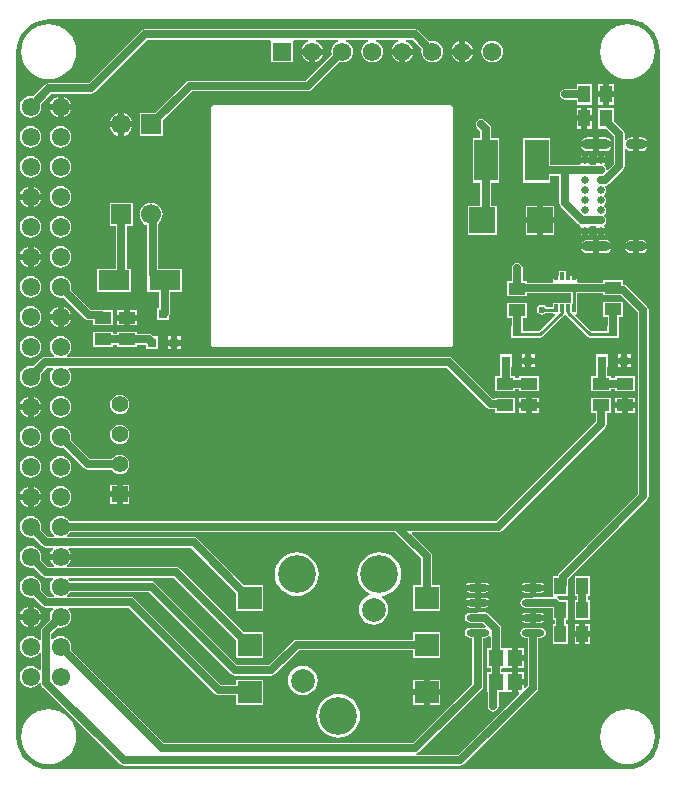
<source format=gtl>
G04*
G04 #@! TF.GenerationSoftware,Altium Limited,Altium Designer,20.2.6 (244)*
G04*
G04 Layer_Physical_Order=1*
G04 Layer_Color=255*
%FSLAX25Y25*%
%MOIN*%
G70*
G04*
G04 #@! TF.SameCoordinates,54722894-AE61-4C59-B5F0-4C27AF3D34EB*
G04*
G04*
G04 #@! TF.FilePolarity,Positive*
G04*
G01*
G75*
%ADD14C,0.01000*%
%ADD17R,0.07874X0.13780*%
%ADD18R,0.04134X0.05709*%
%ADD19R,0.08504X0.08898*%
%ADD20R,0.01181X0.02756*%
%ADD21R,0.05709X0.04134*%
%ADD22R,0.03150X0.03150*%
%ADD23R,0.05118X0.05709*%
%ADD24R,0.07874X0.07480*%
%ADD25R,0.10433X0.06890*%
%ADD26O,0.07480X0.02362*%
%ADD42C,0.06181*%
%ADD43R,0.06181X0.06181*%
%ADD48C,0.02500*%
%ADD49C,0.02559*%
%ADD50O,0.09449X0.03543*%
%ADD51O,0.06693X0.03543*%
%ADD52R,0.06693X0.06693*%
%ADD53C,0.06693*%
%ADD54C,0.05512*%
%ADD55R,0.05512X0.05512*%
%ADD56C,0.12598*%
%ADD57C,0.07874*%
%ADD58C,0.06102*%
%ADD59C,0.02362*%
G36*
X642368Y305034D02*
X644027Y304635D01*
X645604Y303982D01*
X647059Y303091D01*
X648357Y301982D01*
X649465Y300684D01*
X650357Y299229D01*
X651010Y297652D01*
X651409Y295993D01*
X651542Y294303D01*
X651540Y294291D01*
Y65945D01*
X651542Y65934D01*
X651409Y64243D01*
X651010Y62584D01*
X650357Y61007D01*
X649465Y59552D01*
X648357Y58254D01*
X647059Y57146D01*
X645604Y56254D01*
X644027Y55601D01*
X642368Y55203D01*
X641154Y55107D01*
X640666Y55072D01*
X640666Y55072D01*
X640172Y55072D01*
X447835D01*
X447823Y55069D01*
X446133Y55203D01*
X444474Y55601D01*
X442897Y56254D01*
X441442Y57146D01*
X440144Y58254D01*
X439036Y59552D01*
X438144Y61007D01*
X437491Y62584D01*
X437092Y64243D01*
X436959Y65934D01*
X436962Y65945D01*
Y294210D01*
X436959Y294221D01*
X437092Y295911D01*
X437491Y297571D01*
X438144Y299147D01*
X439036Y300603D01*
X440144Y301900D01*
X441442Y303009D01*
X442897Y303901D01*
X444474Y304554D01*
X446133Y304952D01*
X447823Y305085D01*
X447835Y305083D01*
X640748D01*
X641031Y305139D01*
X642368Y305034D01*
D02*
G37*
%LPC*%
G36*
X586630Y297763D02*
Y295291D01*
X589102D01*
X588766Y296102D01*
X588191Y296852D01*
X587441Y297428D01*
X586630Y297763D01*
D02*
G37*
G36*
X584630D02*
X583819Y297428D01*
X583069Y296852D01*
X582494Y296102D01*
X582158Y295291D01*
X584630D01*
Y297763D01*
D02*
G37*
G36*
X589102Y293291D02*
X586630D01*
Y290819D01*
X587441Y291155D01*
X588191Y291730D01*
X588766Y292481D01*
X589102Y293291D01*
D02*
G37*
G36*
X584630D02*
X582158D01*
X582494Y292481D01*
X583069Y291730D01*
X583819Y291155D01*
X584630Y290819D01*
Y293291D01*
D02*
G37*
G36*
X569102D02*
X566630D01*
Y290819D01*
X567441Y291155D01*
X568191Y291730D01*
X568766Y292481D01*
X569102Y293291D01*
D02*
G37*
G36*
X564630D02*
X562158D01*
X562494Y292481D01*
X563069Y291730D01*
X563819Y291155D01*
X564630Y290819D01*
Y293291D01*
D02*
G37*
G36*
X539102D02*
X536630D01*
Y290819D01*
X537441Y291155D01*
X538191Y291730D01*
X538766Y292481D01*
X539102Y293291D01*
D02*
G37*
G36*
X534630D02*
X532158D01*
X532494Y292481D01*
X533069Y291730D01*
X533819Y291155D01*
X534630Y290819D01*
Y293291D01*
D02*
G37*
G36*
X595630Y297913D02*
X594693Y297790D01*
X593819Y297428D01*
X593069Y296852D01*
X592494Y296102D01*
X592132Y295229D01*
X592008Y294291D01*
X592132Y293354D01*
X592494Y292481D01*
X593069Y291730D01*
X593819Y291155D01*
X594693Y290793D01*
X595630Y290670D01*
X596567Y290793D01*
X597441Y291155D01*
X598191Y291730D01*
X598766Y292481D01*
X599128Y293354D01*
X599252Y294291D01*
X599128Y295229D01*
X598766Y296102D01*
X598191Y296852D01*
X597441Y297428D01*
X596567Y297790D01*
X595630Y297913D01*
D02*
G37*
G36*
X569921Y301784D02*
X480000D01*
X479317Y301648D01*
X478738Y301262D01*
X478738Y301262D01*
X461261Y283784D01*
X447905D01*
X447223Y283648D01*
X446644Y283262D01*
X446644Y283262D01*
X442705Y279323D01*
X442699Y279326D01*
X441772Y279448D01*
X440845Y279326D01*
X439981Y278968D01*
X439239Y278399D01*
X438670Y277657D01*
X438312Y276793D01*
X438190Y275866D01*
X438312Y274939D01*
X438670Y274075D01*
X439239Y273333D01*
X439981Y272764D01*
X440845Y272406D01*
X441772Y272284D01*
X442699Y272406D01*
X443563Y272764D01*
X444304Y273333D01*
X444874Y274075D01*
X445231Y274939D01*
X445354Y275866D01*
X445231Y276793D01*
X445229Y276800D01*
X448645Y280216D01*
X462000D01*
X462683Y280351D01*
X463262Y280738D01*
X480739Y298216D01*
X521678D01*
X522039Y297882D01*
X522039Y297716D01*
Y290701D01*
X529220D01*
Y297716D01*
X529220Y297882D01*
X529582Y298216D01*
X534415D01*
X534515Y297716D01*
X533819Y297428D01*
X533069Y296852D01*
X532494Y296102D01*
X532158Y295291D01*
X539102D01*
X538766Y296102D01*
X538191Y296852D01*
X537441Y297428D01*
X536745Y297716D01*
X536845Y298216D01*
X544415D01*
X544515Y297716D01*
X543819Y297428D01*
X543069Y296852D01*
X542494Y296102D01*
X542132Y295229D01*
X542008Y294291D01*
X542132Y293354D01*
X542143Y293327D01*
X533441Y284626D01*
X494842D01*
X494842Y284626D01*
X494159Y284490D01*
X493580Y284103D01*
X483323Y273847D01*
X478154D01*
Y266154D01*
X485847D01*
Y271323D01*
X495581Y281058D01*
X534180D01*
X534863Y281193D01*
X535442Y281580D01*
X544666Y290804D01*
X544693Y290793D01*
X545630Y290670D01*
X546567Y290793D01*
X547441Y291155D01*
X548191Y291730D01*
X548766Y292481D01*
X549128Y293354D01*
X549252Y294291D01*
X549128Y295229D01*
X548766Y296102D01*
X548191Y296852D01*
X547441Y297428D01*
X546745Y297716D01*
X546845Y298216D01*
X554415D01*
X554515Y297716D01*
X553819Y297428D01*
X553069Y296852D01*
X552494Y296102D01*
X552132Y295229D01*
X552008Y294291D01*
X552132Y293354D01*
X552494Y292481D01*
X553069Y291730D01*
X553819Y291155D01*
X554693Y290793D01*
X555630Y290670D01*
X556567Y290793D01*
X557441Y291155D01*
X558191Y291730D01*
X558766Y292481D01*
X559128Y293354D01*
X559251Y294291D01*
X559128Y295229D01*
X558766Y296102D01*
X558191Y296852D01*
X557441Y297428D01*
X556745Y297716D01*
X556845Y298216D01*
X564415D01*
X564515Y297716D01*
X563819Y297428D01*
X563069Y296852D01*
X562494Y296102D01*
X562158Y295291D01*
X569102D01*
X568766Y296102D01*
X568191Y296852D01*
X567441Y297428D01*
X566745Y297716D01*
X566845Y298216D01*
X569182D01*
X572143Y295255D01*
X572132Y295229D01*
X572008Y294291D01*
X572132Y293354D01*
X572494Y292481D01*
X573069Y291730D01*
X573819Y291155D01*
X574693Y290793D01*
X575630Y290670D01*
X576567Y290793D01*
X577441Y291155D01*
X578191Y291730D01*
X578766Y292481D01*
X579128Y293354D01*
X579251Y294291D01*
X579128Y295229D01*
X578766Y296102D01*
X578191Y296852D01*
X577441Y297428D01*
X576567Y297790D01*
X575630Y297913D01*
X574693Y297790D01*
X574666Y297779D01*
X571183Y301262D01*
X570604Y301648D01*
X569921Y301784D01*
D02*
G37*
G36*
X640748Y303452D02*
X638961Y303276D01*
X637243Y302754D01*
X635659Y301908D01*
X634271Y300769D01*
X633131Y299381D01*
X632285Y297797D01*
X631764Y296078D01*
X631588Y294291D01*
X631764Y292504D01*
X632285Y290786D01*
X633131Y289202D01*
X634271Y287814D01*
X635659Y286675D01*
X637243Y285828D01*
X638961Y285307D01*
X640748Y285131D01*
X642535Y285307D01*
X644254Y285828D01*
X645837Y286675D01*
X647226Y287814D01*
X648365Y289202D01*
X649211Y290786D01*
X649732Y292504D01*
X649908Y294291D01*
X649732Y296078D01*
X649211Y297797D01*
X648365Y299381D01*
X647226Y300769D01*
X645837Y301908D01*
X644254Y302754D01*
X642535Y303276D01*
X640748Y303452D01*
D02*
G37*
G36*
X447835D02*
X446047Y303276D01*
X444329Y302754D01*
X442745Y301908D01*
X441357Y300769D01*
X440218Y299381D01*
X439371Y297797D01*
X438850Y296078D01*
X438674Y294291D01*
X438850Y292504D01*
X439371Y290786D01*
X440218Y289202D01*
X441357Y287814D01*
X442745Y286675D01*
X444329Y285828D01*
X446047Y285307D01*
X447835Y285131D01*
X449622Y285307D01*
X451340Y285828D01*
X452924Y286675D01*
X454312Y287814D01*
X455451Y289202D01*
X456298Y290786D01*
X456819Y292504D01*
X456995Y294291D01*
X456819Y296078D01*
X456298Y297797D01*
X455451Y299381D01*
X454312Y300769D01*
X452924Y301908D01*
X451340Y302754D01*
X449622Y303276D01*
X447835Y303452D01*
D02*
G37*
G36*
X636209Y283354D02*
X634642D01*
Y281000D01*
X636209D01*
Y283354D01*
D02*
G37*
G36*
X632642D02*
X631075D01*
Y281000D01*
X632642D01*
Y283354D01*
D02*
G37*
G36*
X452772Y279296D02*
Y276866D01*
X455201D01*
X454874Y277657D01*
X454304Y278399D01*
X453563Y278968D01*
X452772Y279296D01*
D02*
G37*
G36*
X450772Y279296D02*
X449981Y278968D01*
X449239Y278399D01*
X448670Y277657D01*
X448342Y276866D01*
X450772D01*
Y279296D01*
D02*
G37*
G36*
X636209Y279000D02*
X634642D01*
Y276646D01*
X636209D01*
Y279000D01*
D02*
G37*
G36*
X632642D02*
X631075D01*
Y276646D01*
X632642D01*
Y279000D01*
D02*
G37*
G36*
X628925Y283354D02*
X623791D01*
Y281784D01*
X620000D01*
X619317Y281648D01*
X618738Y281262D01*
X618352Y280683D01*
X618216Y280000D01*
X618352Y279317D01*
X618738Y278738D01*
X619317Y278351D01*
X620000Y278216D01*
X623791D01*
Y276646D01*
X628925D01*
Y283354D01*
D02*
G37*
G36*
Y275354D02*
X627358D01*
Y273000D01*
X628925D01*
Y275354D01*
D02*
G37*
G36*
X625358D02*
X623791D01*
Y273000D01*
X625358D01*
Y275354D01*
D02*
G37*
G36*
X455201Y274866D02*
X452772D01*
Y272437D01*
X453563Y272764D01*
X454304Y273333D01*
X454874Y274075D01*
X455201Y274866D01*
D02*
G37*
G36*
X450772D02*
X448342D01*
X448670Y274075D01*
X449239Y273333D01*
X449981Y272764D01*
X450772Y272437D01*
Y274866D01*
D02*
G37*
G36*
X473000Y273748D02*
Y271000D01*
X475748D01*
X475747Y271004D01*
X475360Y271940D01*
X474743Y272743D01*
X473940Y273360D01*
X473004Y273747D01*
X473000Y273748D01*
D02*
G37*
G36*
X471000D02*
X470996Y273747D01*
X470060Y273360D01*
X469257Y272743D01*
X468640Y271940D01*
X468253Y271004D01*
X468252Y271000D01*
X471000D01*
Y273748D01*
D02*
G37*
G36*
X628925Y271000D02*
X627358D01*
Y268646D01*
X628925D01*
Y271000D01*
D02*
G37*
G36*
X625358D02*
X623791D01*
Y268646D01*
X625358D01*
Y271000D01*
D02*
G37*
G36*
X475748Y269000D02*
X473000D01*
Y266252D01*
X473004Y266253D01*
X473940Y266640D01*
X474743Y267257D01*
X475360Y268060D01*
X475747Y268996D01*
X475748Y269000D01*
D02*
G37*
G36*
X471000D02*
X468252D01*
X468253Y268996D01*
X468640Y268060D01*
X469257Y267257D01*
X470060Y266640D01*
X470996Y266253D01*
X471000Y266252D01*
Y269000D01*
D02*
G37*
G36*
X645276Y265703D02*
X644701D01*
Y264387D01*
X647339D01*
X646913Y265024D01*
X646162Y265526D01*
X645276Y265703D01*
D02*
G37*
G36*
X633347D02*
X631394D01*
Y264387D01*
X635410D01*
X634984Y265024D01*
X634233Y265526D01*
X633347Y265703D01*
D02*
G37*
G36*
X629394D02*
X627441D01*
X626554Y265526D01*
X625803Y265024D01*
X625377Y264387D01*
X629394D01*
Y265703D01*
D02*
G37*
G36*
X451772Y269448D02*
X450845Y269326D01*
X449981Y268968D01*
X449239Y268399D01*
X448670Y267657D01*
X448312Y266793D01*
X448190Y265866D01*
X448312Y264939D01*
X448670Y264075D01*
X449239Y263333D01*
X449981Y262764D01*
X450845Y262406D01*
X451772Y262284D01*
X452699Y262406D01*
X453563Y262764D01*
X454304Y263333D01*
X454874Y264075D01*
X455231Y264939D01*
X455353Y265866D01*
X455231Y266793D01*
X454874Y267657D01*
X454304Y268399D01*
X453563Y268968D01*
X452699Y269326D01*
X451772Y269448D01*
D02*
G37*
G36*
X441772D02*
X440845Y269326D01*
X439981Y268968D01*
X439239Y268399D01*
X438670Y267657D01*
X438312Y266793D01*
X438190Y265866D01*
X438312Y264939D01*
X438670Y264075D01*
X439239Y263333D01*
X439981Y262764D01*
X440845Y262406D01*
X441772Y262284D01*
X442699Y262406D01*
X443563Y262764D01*
X444304Y263333D01*
X444874Y264075D01*
X445231Y264939D01*
X445354Y265866D01*
X445231Y266793D01*
X444874Y267657D01*
X444304Y268399D01*
X443563Y268968D01*
X442699Y269326D01*
X441772Y269448D01*
D02*
G37*
G36*
X647340Y262387D02*
X644701D01*
Y261071D01*
X645276D01*
X646162Y261247D01*
X646913Y261749D01*
X647340Y262387D01*
D02*
G37*
G36*
X635410D02*
X631394D01*
Y261071D01*
X633347D01*
X634233Y261247D01*
X634984Y261749D01*
X635410Y262387D01*
D02*
G37*
G36*
X629394D02*
X625377D01*
X625803Y261749D01*
X626554Y261247D01*
X627441Y261071D01*
X629394D01*
Y262387D01*
D02*
G37*
G36*
X627536Y259544D02*
Y259072D01*
X628008D01*
X627819Y259355D01*
X627536Y259544D01*
D02*
G37*
G36*
X625536D02*
X625253Y259355D01*
X625064Y259072D01*
X625536D01*
Y259544D01*
D02*
G37*
G36*
X632850Y259544D02*
Y259072D01*
X633322D01*
X633133Y259355D01*
X632850Y259544D01*
D02*
G37*
G36*
X630850Y259544D02*
X630567Y259355D01*
X630378Y259072D01*
X630850D01*
Y259544D01*
D02*
G37*
G36*
X636209Y275354D02*
X631075D01*
Y268646D01*
X633685D01*
X636216Y266115D01*
Y256739D01*
X634119Y254642D01*
X633636Y254867D01*
X633526Y255419D01*
X633133Y256008D01*
X632923Y256148D01*
Y256648D01*
X633133Y256789D01*
X633322Y257072D01*
X631850D01*
X630378D01*
X630420Y257009D01*
X630154Y256509D01*
X628232D01*
X627966Y257009D01*
X628008Y257072D01*
X626536D01*
X625064D01*
X625106Y257009D01*
X624840Y256509D01*
X614902D01*
Y265390D01*
X606028D01*
Y250610D01*
X614902D01*
Y252940D01*
X618059D01*
Y243746D01*
X618195Y243064D01*
X618582Y242485D01*
X624325Y236742D01*
X624325Y236742D01*
X624903Y236355D01*
X624973Y236342D01*
X625051Y236226D01*
X625163Y235794D01*
X625064Y235646D01*
X626536D01*
X628008D01*
X627966Y235708D01*
X628232Y236208D01*
X630154D01*
X630420Y235708D01*
X630378Y235646D01*
X631850D01*
X633322D01*
X633133Y235929D01*
X632923Y236069D01*
Y236569D01*
X633133Y236710D01*
X633526Y237298D01*
X633664Y237993D01*
X633526Y238687D01*
X633133Y239276D01*
X632923Y239416D01*
Y239916D01*
X633133Y240056D01*
X633526Y240644D01*
X633664Y241339D01*
X633526Y242033D01*
X633133Y242622D01*
X632923Y242762D01*
Y243262D01*
X633133Y243403D01*
X633526Y243991D01*
X633664Y244686D01*
X633526Y245380D01*
X633133Y245969D01*
X632923Y246109D01*
Y246609D01*
X633133Y246749D01*
X633526Y247337D01*
X633664Y248032D01*
X633526Y248726D01*
X633273Y249106D01*
X633324Y249327D01*
X633497Y249627D01*
X634073Y249742D01*
X634652Y250128D01*
X639262Y254738D01*
X639648Y255317D01*
X639784Y256000D01*
X639784Y256000D01*
Y261903D01*
X640284Y262054D01*
X640488Y261749D01*
X641240Y261247D01*
X642126Y261071D01*
X642701D01*
Y263387D01*
Y265703D01*
X642126D01*
X641240Y265526D01*
X640488Y265024D01*
X640284Y264719D01*
X639784Y264871D01*
Y266854D01*
X639648Y267537D01*
X639262Y268116D01*
X639262Y268116D01*
X636209Y271169D01*
Y275354D01*
D02*
G37*
G36*
X451772Y259448D02*
X450845Y259326D01*
X449981Y258968D01*
X449239Y258399D01*
X448670Y257657D01*
X448312Y256793D01*
X448190Y255866D01*
X448312Y254939D01*
X448670Y254075D01*
X449239Y253333D01*
X449981Y252764D01*
X450845Y252406D01*
X451772Y252284D01*
X452699Y252406D01*
X453563Y252764D01*
X454304Y253333D01*
X454874Y254075D01*
X455231Y254939D01*
X455353Y255866D01*
X455231Y256793D01*
X454874Y257657D01*
X454304Y258399D01*
X453563Y258968D01*
X452699Y259326D01*
X451772Y259448D01*
D02*
G37*
G36*
X441772D02*
X440845Y259326D01*
X439981Y258968D01*
X439239Y258399D01*
X438670Y257657D01*
X438312Y256793D01*
X438190Y255866D01*
X438312Y254939D01*
X438670Y254075D01*
X439239Y253333D01*
X439981Y252764D01*
X440845Y252406D01*
X441772Y252284D01*
X442699Y252406D01*
X443563Y252764D01*
X444304Y253333D01*
X444874Y254075D01*
X445231Y254939D01*
X445354Y255866D01*
X445231Y256793D01*
X444874Y257657D01*
X444304Y258399D01*
X443563Y258968D01*
X442699Y259326D01*
X441772Y259448D01*
D02*
G37*
G36*
X442772Y249296D02*
Y246866D01*
X445201D01*
X444874Y247657D01*
X444304Y248399D01*
X443563Y248968D01*
X442772Y249296D01*
D02*
G37*
G36*
X440772Y249296D02*
X439981Y248968D01*
X439239Y248399D01*
X438670Y247657D01*
X438342Y246866D01*
X440772D01*
Y249296D01*
D02*
G37*
G36*
X445201Y244866D02*
X442772D01*
Y242437D01*
X443563Y242764D01*
X444304Y243333D01*
X444874Y244075D01*
X445201Y244866D01*
D02*
G37*
G36*
X440772D02*
X438342D01*
X438670Y244075D01*
X439239Y243333D01*
X439981Y242764D01*
X440772Y242437D01*
Y244866D01*
D02*
G37*
G36*
X451772Y249448D02*
X450845Y249326D01*
X449981Y248968D01*
X449239Y248399D01*
X448670Y247657D01*
X448312Y246793D01*
X448190Y245866D01*
X448312Y244939D01*
X448670Y244075D01*
X449239Y243333D01*
X449981Y242764D01*
X450845Y242406D01*
X451772Y242284D01*
X452699Y242406D01*
X453563Y242764D01*
X454304Y243333D01*
X454874Y244075D01*
X455231Y244939D01*
X455353Y245866D01*
X455231Y246793D01*
X454874Y247657D01*
X454304Y248399D01*
X453563Y248968D01*
X452699Y249326D01*
X451772Y249448D01*
D02*
G37*
G36*
X616398Y242949D02*
X612646D01*
Y239000D01*
X616398D01*
Y242949D01*
D02*
G37*
G36*
X610646D02*
X606894D01*
Y239000D01*
X610646D01*
Y242949D01*
D02*
G37*
G36*
X630850Y233646D02*
X630378D01*
X630567Y233363D01*
X630850Y233174D01*
Y233646D01*
D02*
G37*
G36*
X628008Y233646D02*
X627536D01*
Y233174D01*
X627819Y233363D01*
X628008Y233646D01*
D02*
G37*
G36*
X625536D02*
X625064D01*
X625253Y233363D01*
X625536Y233174D01*
Y233646D01*
D02*
G37*
G36*
X633322Y233646D02*
X632850D01*
Y233174D01*
X633133Y233363D01*
X633322Y233646D01*
D02*
G37*
G36*
X616398Y237000D02*
X612646D01*
Y233051D01*
X616398D01*
Y237000D01*
D02*
G37*
G36*
X610646D02*
X606894D01*
Y233051D01*
X610646D01*
Y237000D01*
D02*
G37*
G36*
X592000Y271784D02*
X591317Y271649D01*
X590738Y271262D01*
X590351Y270683D01*
X590216Y270000D01*
X590351Y269317D01*
X590738Y268738D01*
X591751Y267725D01*
Y265390D01*
X589098D01*
Y250610D01*
X591751D01*
Y242949D01*
X587602D01*
Y233051D01*
X597106D01*
Y242949D01*
X595320D01*
Y250610D01*
X597972D01*
Y265390D01*
X595320D01*
Y268464D01*
X595320Y268465D01*
X595184Y269147D01*
X594797Y269726D01*
X594797Y269726D01*
X593262Y271262D01*
X592683Y271649D01*
X592000Y271784D01*
D02*
G37*
G36*
X451772Y239448D02*
X450845Y239326D01*
X449981Y238968D01*
X449239Y238399D01*
X448670Y237657D01*
X448312Y236793D01*
X448190Y235866D01*
X448312Y234939D01*
X448670Y234075D01*
X449239Y233333D01*
X449981Y232764D01*
X450845Y232406D01*
X451772Y232284D01*
X452699Y232406D01*
X453563Y232764D01*
X454304Y233333D01*
X454874Y234075D01*
X455231Y234939D01*
X455353Y235866D01*
X455231Y236793D01*
X454874Y237657D01*
X454304Y238399D01*
X453563Y238968D01*
X452699Y239326D01*
X451772Y239448D01*
D02*
G37*
G36*
X441772D02*
X440845Y239326D01*
X439981Y238968D01*
X439239Y238399D01*
X438670Y237657D01*
X438312Y236793D01*
X438190Y235866D01*
X438312Y234939D01*
X438670Y234075D01*
X439239Y233333D01*
X439981Y232764D01*
X440845Y232406D01*
X441772Y232284D01*
X442699Y232406D01*
X443563Y232764D01*
X444304Y233333D01*
X444874Y234075D01*
X445231Y234939D01*
X445354Y235866D01*
X445231Y236793D01*
X444874Y237657D01*
X444304Y238399D01*
X443563Y238968D01*
X442699Y239326D01*
X441772Y239448D01*
D02*
G37*
G36*
X645276Y231647D02*
X644701D01*
Y230331D01*
X647339D01*
X646913Y230968D01*
X646162Y231470D01*
X645276Y231647D01*
D02*
G37*
G36*
X633347D02*
X631394D01*
Y230331D01*
X635410D01*
X634984Y230968D01*
X634233Y231470D01*
X633347Y231647D01*
D02*
G37*
G36*
X642701D02*
X642126D01*
X641240Y231470D01*
X640488Y230968D01*
X640062Y230331D01*
X642701D01*
Y231647D01*
D02*
G37*
G36*
X629394D02*
X627441D01*
X626554Y231470D01*
X625803Y230968D01*
X625377Y230331D01*
X629394D01*
Y231647D01*
D02*
G37*
G36*
X647340Y228331D02*
X644701D01*
Y227015D01*
X645276D01*
X646162Y227191D01*
X646913Y227693D01*
X647340Y228331D01*
D02*
G37*
G36*
X642701D02*
X640062D01*
X640488Y227693D01*
X641240Y227191D01*
X642126Y227015D01*
X642701D01*
Y228331D01*
D02*
G37*
G36*
X635410D02*
X631394D01*
Y227015D01*
X633347D01*
X634233Y227191D01*
X634984Y227693D01*
X635410Y228331D01*
D02*
G37*
G36*
X629394D02*
X625377D01*
X625803Y227693D01*
X626554Y227191D01*
X627441Y227015D01*
X629394D01*
Y228331D01*
D02*
G37*
G36*
X442772Y229296D02*
Y226866D01*
X445201D01*
X444874Y227657D01*
X444304Y228399D01*
X443563Y228968D01*
X442772Y229296D01*
D02*
G37*
G36*
X440772Y229296D02*
X439981Y228968D01*
X439239Y228399D01*
X438670Y227657D01*
X438342Y226866D01*
X440772D01*
Y229296D01*
D02*
G37*
G36*
X445201Y224866D02*
X442772D01*
Y222437D01*
X443563Y222764D01*
X444304Y223333D01*
X444874Y224075D01*
X445201Y224866D01*
D02*
G37*
G36*
X440772D02*
X438342D01*
X438670Y224075D01*
X439239Y223333D01*
X439981Y222764D01*
X440772Y222437D01*
Y224866D01*
D02*
G37*
G36*
X451772Y229448D02*
X450845Y229326D01*
X449981Y228968D01*
X449239Y228399D01*
X448670Y227657D01*
X448312Y226793D01*
X448190Y225866D01*
X448312Y224939D01*
X448670Y224075D01*
X449239Y223333D01*
X449981Y222764D01*
X450845Y222406D01*
X451772Y222284D01*
X452699Y222406D01*
X453563Y222764D01*
X454304Y223333D01*
X454874Y224075D01*
X455231Y224939D01*
X455353Y225866D01*
X455231Y226793D01*
X454874Y227657D01*
X454304Y228399D01*
X453563Y228968D01*
X452699Y229326D01*
X451772Y229448D01*
D02*
G37*
G36*
X624043Y221193D02*
X623953D01*
Y220315D01*
X624043D01*
Y221193D01*
D02*
G37*
G36*
X616047D02*
X615957D01*
Y220315D01*
X616047D01*
Y221193D01*
D02*
G37*
G36*
X475846Y243847D02*
X468153D01*
Y236154D01*
X470216D01*
Y221945D01*
X463819D01*
Y214055D01*
X475252D01*
Y221945D01*
X473784D01*
Y236154D01*
X475846D01*
Y243847D01*
D02*
G37*
G36*
X441772Y219448D02*
X440845Y219326D01*
X439981Y218968D01*
X439239Y218399D01*
X438670Y217657D01*
X438312Y216793D01*
X438190Y215866D01*
X438312Y214939D01*
X438670Y214075D01*
X439239Y213333D01*
X439981Y212764D01*
X440845Y212406D01*
X441772Y212284D01*
X442699Y212406D01*
X443563Y212764D01*
X444304Y213333D01*
X444874Y214075D01*
X445231Y214939D01*
X445354Y215866D01*
X445231Y216793D01*
X444874Y217657D01*
X444304Y218399D01*
X443563Y218968D01*
X442699Y219326D01*
X441772Y219448D01*
D02*
G37*
G36*
X452772Y209296D02*
Y206866D01*
X455201D01*
X454874Y207657D01*
X454304Y208399D01*
X453563Y208968D01*
X452772Y209296D01*
D02*
G37*
G36*
X450772Y209296D02*
X449981Y208968D01*
X449239Y208399D01*
X448670Y207657D01*
X448342Y206866D01*
X450772D01*
Y209296D01*
D02*
G37*
G36*
X477354Y208209D02*
X475000D01*
Y206642D01*
X477354D01*
Y208209D01*
D02*
G37*
G36*
X473000D02*
X470646D01*
Y206642D01*
X473000D01*
Y208209D01*
D02*
G37*
G36*
X482000Y243880D02*
X480996Y243747D01*
X480060Y243360D01*
X479257Y242743D01*
X478640Y241940D01*
X478253Y241004D01*
X478120Y240000D01*
X478253Y238996D01*
X478640Y238060D01*
X479257Y237257D01*
X480060Y236640D01*
X480714Y236369D01*
Y220195D01*
X480748Y220023D01*
Y214055D01*
X484680D01*
Y208799D01*
X483925D01*
Y204650D01*
X488075D01*
Y206449D01*
X488113Y206506D01*
X488249Y207189D01*
Y214055D01*
X492181D01*
Y221945D01*
X484282D01*
Y236903D01*
X484743Y237257D01*
X485360Y238060D01*
X485747Y238996D01*
X485880Y240000D01*
X485747Y241004D01*
X485360Y241940D01*
X484743Y242743D01*
X483940Y243360D01*
X483004Y243747D01*
X482000Y243880D01*
D02*
G37*
G36*
X477354Y204642D02*
X475000D01*
Y203075D01*
X477354D01*
Y204642D01*
D02*
G37*
G36*
X473000D02*
X470646D01*
Y203075D01*
X473000D01*
Y204642D01*
D02*
G37*
G36*
X451772Y219448D02*
X450845Y219326D01*
X449981Y218968D01*
X449239Y218399D01*
X448670Y217657D01*
X448312Y216793D01*
X448190Y215866D01*
X448312Y214939D01*
X448670Y214075D01*
X449239Y213333D01*
X449981Y212764D01*
X450845Y212406D01*
X451772Y212284D01*
X452699Y212406D01*
X452705Y212409D01*
X459917Y205197D01*
X460496Y204810D01*
X461179Y204674D01*
X462646D01*
Y203075D01*
X469354D01*
Y208209D01*
X465355D01*
X465183Y208243D01*
X461918D01*
X455229Y214932D01*
X455231Y214939D01*
X455353Y215866D01*
X455231Y216793D01*
X454874Y217657D01*
X454304Y218399D01*
X453563Y218968D01*
X452699Y219326D01*
X451772Y219448D01*
D02*
G37*
G36*
X455201Y204866D02*
X452772D01*
Y202437D01*
X453563Y202764D01*
X454304Y203333D01*
X454874Y204075D01*
X455201Y204866D01*
D02*
G37*
G36*
X450772D02*
X448342D01*
X448670Y204075D01*
X449239Y203333D01*
X449981Y202764D01*
X450772Y202437D01*
Y204866D01*
D02*
G37*
G36*
X441772Y209448D02*
X440845Y209326D01*
X439981Y208968D01*
X439239Y208399D01*
X438670Y207657D01*
X438312Y206793D01*
X438190Y205866D01*
X438312Y204939D01*
X438670Y204075D01*
X439239Y203333D01*
X439981Y202764D01*
X440845Y202406D01*
X441772Y202284D01*
X442699Y202406D01*
X443563Y202764D01*
X444304Y203333D01*
X444874Y204075D01*
X445231Y204939D01*
X445354Y205866D01*
X445231Y206793D01*
X444874Y207657D01*
X444304Y208399D01*
X443563Y208968D01*
X442699Y209326D01*
X441772Y209448D01*
D02*
G37*
G36*
X477354Y200925D02*
X470646D01*
Y200143D01*
X469354D01*
Y200925D01*
X462646D01*
Y195791D01*
X469354D01*
Y196574D01*
X470646D01*
Y195791D01*
X477354D01*
Y196574D01*
X480185D01*
Y195201D01*
X484335D01*
Y199350D01*
X482708D01*
X482439Y199620D01*
X481860Y200007D01*
X481177Y200143D01*
X477354D01*
Y200925D01*
D02*
G37*
G36*
X491815Y199350D02*
X490740D01*
Y198276D01*
X491815D01*
Y199350D01*
D02*
G37*
G36*
X488740D02*
X487665D01*
Y198276D01*
X488740D01*
Y199350D01*
D02*
G37*
G36*
X581693Y276610D02*
X502953D01*
X502563Y276533D01*
X502232Y276311D01*
X502011Y275981D01*
X501933Y275590D01*
Y196850D01*
X502011Y196460D01*
X502232Y196129D01*
X502563Y195908D01*
X502953Y195831D01*
X581693D01*
X582083Y195908D01*
X582414Y196129D01*
X582635Y196460D01*
X582713Y196850D01*
Y275590D01*
X582635Y275981D01*
X582414Y276311D01*
X582083Y276533D01*
X581693Y276610D01*
D02*
G37*
G36*
X491815Y196276D02*
X490740D01*
Y195201D01*
X491815D01*
Y196276D01*
D02*
G37*
G36*
X488740D02*
X487665D01*
Y195201D01*
X488740D01*
Y196276D01*
D02*
G37*
G36*
X441772Y199448D02*
X440845Y199326D01*
X439981Y198968D01*
X439239Y198399D01*
X438670Y197657D01*
X438312Y196793D01*
X438190Y195866D01*
X438312Y194939D01*
X438670Y194075D01*
X439239Y193333D01*
X439981Y192764D01*
X440845Y192406D01*
X441772Y192284D01*
X442699Y192406D01*
X443563Y192764D01*
X444304Y193333D01*
X444874Y194075D01*
X445231Y194939D01*
X445354Y195866D01*
X445231Y196793D01*
X444874Y197657D01*
X444304Y198399D01*
X443563Y198968D01*
X442699Y199326D01*
X441772Y199448D01*
D02*
G37*
G36*
X641815Y193350D02*
X640740D01*
Y192276D01*
X641815D01*
Y193350D01*
D02*
G37*
G36*
X609815D02*
X608740D01*
Y192276D01*
X609815D01*
Y193350D01*
D02*
G37*
G36*
X638740D02*
X637665D01*
Y192276D01*
X638740D01*
Y193350D01*
D02*
G37*
G36*
X606740D02*
X605665D01*
Y192276D01*
X606740D01*
Y193350D01*
D02*
G37*
G36*
X451772Y199448D02*
X450845Y199326D01*
X449981Y198968D01*
X449239Y198399D01*
X448670Y197657D01*
X448312Y196793D01*
X448190Y195866D01*
X448312Y194939D01*
X448670Y194075D01*
X449239Y193333D01*
X449736Y192952D01*
X449567Y192452D01*
X446589D01*
X445906Y192316D01*
X445327Y191929D01*
X445327Y191929D01*
X442717Y189319D01*
X442699Y189326D01*
X441772Y189448D01*
X440845Y189326D01*
X439981Y188968D01*
X439239Y188399D01*
X438670Y187657D01*
X438312Y186793D01*
X438190Y185866D01*
X438312Y184939D01*
X438670Y184075D01*
X439239Y183333D01*
X439981Y182764D01*
X440845Y182406D01*
X441772Y182284D01*
X442699Y182406D01*
X443563Y182764D01*
X444304Y183333D01*
X444874Y184075D01*
X445231Y184939D01*
X445354Y185866D01*
X445232Y186787D01*
X447328Y188883D01*
X449092D01*
X449200Y188565D01*
X449227Y188383D01*
X448670Y187657D01*
X448312Y186793D01*
X448190Y185866D01*
X448312Y184939D01*
X448670Y184075D01*
X449239Y183333D01*
X449981Y182764D01*
X450845Y182406D01*
X451772Y182284D01*
X452699Y182406D01*
X453563Y182764D01*
X454304Y183333D01*
X454874Y184075D01*
X455231Y184939D01*
X455353Y185866D01*
X455231Y186793D01*
X454874Y187657D01*
X454317Y188383D01*
X454343Y188565D01*
X454451Y188883D01*
X580594D01*
X593947Y175530D01*
X593947Y175530D01*
X594526Y175143D01*
X595209Y175007D01*
X596646D01*
Y173791D01*
X603354D01*
Y178925D01*
X596646D01*
Y178576D01*
X595948D01*
X582594Y191929D01*
X582016Y192316D01*
X581333Y192452D01*
X453976D01*
X453807Y192952D01*
X454304Y193333D01*
X454874Y194075D01*
X455231Y194939D01*
X455353Y195866D01*
X455231Y196793D01*
X454874Y197657D01*
X454304Y198399D01*
X453563Y198968D01*
X452699Y199326D01*
X451772Y199448D01*
D02*
G37*
G36*
X641815Y190276D02*
X640740D01*
Y189201D01*
X641815D01*
Y190276D01*
D02*
G37*
G36*
X638740D02*
X637665D01*
Y189201D01*
X638740D01*
Y190276D01*
D02*
G37*
G36*
X609815D02*
X608740D01*
Y189201D01*
X609815D01*
Y190276D01*
D02*
G37*
G36*
X606740D02*
X605665D01*
Y189201D01*
X606740D01*
Y190276D01*
D02*
G37*
G36*
X634335Y193350D02*
X630185D01*
Y189201D01*
X630346D01*
Y186209D01*
X628646D01*
Y181075D01*
X635354D01*
Y181857D01*
X636646D01*
Y181075D01*
X643354D01*
Y186209D01*
X636646D01*
Y185426D01*
X635354D01*
Y186209D01*
X633914D01*
Y189201D01*
X634335D01*
Y193350D01*
D02*
G37*
G36*
X602335D02*
X598185D01*
Y189201D01*
X598346D01*
Y186209D01*
X596646D01*
Y181075D01*
X603354D01*
Y181857D01*
X604646D01*
Y181075D01*
X611354D01*
Y186209D01*
X604646D01*
Y185426D01*
X603354D01*
Y186209D01*
X601914D01*
Y189201D01*
X602335D01*
Y193350D01*
D02*
G37*
G36*
X611354Y178925D02*
X609000D01*
Y177358D01*
X611354D01*
Y178925D01*
D02*
G37*
G36*
X643354D02*
X641000D01*
Y177358D01*
X643354D01*
Y178925D01*
D02*
G37*
G36*
X607000D02*
X604646D01*
Y177358D01*
X607000D01*
Y178925D01*
D02*
G37*
G36*
X639000D02*
X636646D01*
Y177358D01*
X639000D01*
Y178925D01*
D02*
G37*
G36*
X442772Y179296D02*
Y176866D01*
X445201D01*
X444874Y177657D01*
X444304Y178399D01*
X443563Y178968D01*
X442772Y179296D01*
D02*
G37*
G36*
X440772Y179296D02*
X439981Y178968D01*
X439239Y178399D01*
X438670Y177657D01*
X438342Y176866D01*
X440772D01*
Y179296D01*
D02*
G37*
G36*
X643354Y175358D02*
X641000D01*
Y173791D01*
X643354D01*
Y175358D01*
D02*
G37*
G36*
X639000D02*
X636646D01*
Y173791D01*
X639000D01*
Y175358D01*
D02*
G37*
G36*
X611354D02*
X609000D01*
Y173791D01*
X611354D01*
Y175358D01*
D02*
G37*
G36*
X607000D02*
X604646D01*
Y173791D01*
X607000D01*
Y175358D01*
D02*
G37*
G36*
X471457Y179938D02*
X470607Y179826D01*
X469815Y179498D01*
X469135Y178976D01*
X468613Y178296D01*
X468285Y177504D01*
X468173Y176654D01*
X468285Y175804D01*
X468613Y175012D01*
X469135Y174331D01*
X469815Y173810D01*
X470607Y173481D01*
X471457Y173370D01*
X472307Y173481D01*
X473099Y173810D01*
X473779Y174331D01*
X474301Y175012D01*
X474629Y175804D01*
X474741Y176654D01*
X474629Y177504D01*
X474301Y178296D01*
X473779Y178976D01*
X473099Y179498D01*
X472307Y179826D01*
X471457Y179938D01*
D02*
G37*
G36*
X445201Y174866D02*
X442772D01*
Y172437D01*
X443563Y172764D01*
X444304Y173333D01*
X444874Y174075D01*
X445201Y174866D01*
D02*
G37*
G36*
X440772D02*
X438342D01*
X438670Y174075D01*
X439239Y173333D01*
X439981Y172764D01*
X440772Y172437D01*
Y174866D01*
D02*
G37*
G36*
X451772Y179448D02*
X450845Y179326D01*
X449981Y178968D01*
X449239Y178399D01*
X448670Y177657D01*
X448312Y176793D01*
X448190Y175866D01*
X448312Y174939D01*
X448670Y174075D01*
X449239Y173333D01*
X449981Y172764D01*
X450845Y172406D01*
X451772Y172284D01*
X452699Y172406D01*
X453563Y172764D01*
X454304Y173333D01*
X454874Y174075D01*
X455231Y174939D01*
X455353Y175866D01*
X455231Y176793D01*
X454874Y177657D01*
X454304Y178399D01*
X453563Y178968D01*
X452699Y179326D01*
X451772Y179448D01*
D02*
G37*
G36*
X471457Y169938D02*
X470607Y169826D01*
X469815Y169498D01*
X469135Y168976D01*
X468613Y168296D01*
X468285Y167503D01*
X468173Y166654D01*
X468285Y165804D01*
X468613Y165012D01*
X469135Y164331D01*
X469815Y163810D01*
X470607Y163481D01*
X471457Y163370D01*
X472307Y163481D01*
X473099Y163810D01*
X473779Y164331D01*
X474301Y165012D01*
X474629Y165804D01*
X474741Y166654D01*
X474629Y167503D01*
X474301Y168296D01*
X473779Y168976D01*
X473099Y169498D01*
X472307Y169826D01*
X471457Y169938D01*
D02*
G37*
G36*
X441772Y169448D02*
X440845Y169326D01*
X439981Y168968D01*
X439239Y168399D01*
X438670Y167657D01*
X438312Y166793D01*
X438190Y165866D01*
X438312Y164939D01*
X438670Y164075D01*
X439239Y163333D01*
X439981Y162764D01*
X440845Y162406D01*
X441772Y162284D01*
X442699Y162406D01*
X443563Y162764D01*
X444304Y163333D01*
X444874Y164075D01*
X445231Y164939D01*
X445354Y165866D01*
X445231Y166793D01*
X444874Y167657D01*
X444304Y168399D01*
X443563Y168968D01*
X442699Y169326D01*
X441772Y169448D01*
D02*
G37*
G36*
X451772D02*
X450845Y169326D01*
X449981Y168968D01*
X449239Y168399D01*
X448670Y167657D01*
X448312Y166793D01*
X448190Y165866D01*
X448312Y164939D01*
X448670Y164075D01*
X449239Y163333D01*
X449981Y162764D01*
X450845Y162406D01*
X451772Y162284D01*
X452699Y162406D01*
X452705Y162409D01*
X459723Y155392D01*
X460301Y155005D01*
X460984Y154869D01*
X460984Y154869D01*
X468722D01*
X469135Y154331D01*
X469815Y153809D01*
X470607Y153481D01*
X471457Y153369D01*
X472307Y153481D01*
X473099Y153809D01*
X473779Y154331D01*
X474301Y155011D01*
X474629Y155804D01*
X474741Y156653D01*
X474629Y157503D01*
X474301Y158296D01*
X473779Y158976D01*
X473099Y159498D01*
X472307Y159826D01*
X471457Y159938D01*
X470607Y159826D01*
X469815Y159498D01*
X469135Y158976D01*
X468722Y158438D01*
X461723D01*
X455229Y164933D01*
X455231Y164939D01*
X455353Y165866D01*
X455231Y166793D01*
X454874Y167657D01*
X454304Y168399D01*
X453563Y168968D01*
X452699Y169326D01*
X451772Y169448D01*
D02*
G37*
G36*
Y159448D02*
X450845Y159326D01*
X449981Y158968D01*
X449239Y158399D01*
X448670Y157657D01*
X448312Y156793D01*
X448190Y155866D01*
X448312Y154939D01*
X448670Y154075D01*
X449239Y153333D01*
X449981Y152764D01*
X450845Y152406D01*
X451772Y152284D01*
X452699Y152406D01*
X453563Y152764D01*
X454304Y153333D01*
X454874Y154075D01*
X455231Y154939D01*
X455353Y155866D01*
X455231Y156793D01*
X454874Y157657D01*
X454304Y158399D01*
X453563Y158968D01*
X452699Y159326D01*
X451772Y159448D01*
D02*
G37*
G36*
X441772D02*
X440845Y159326D01*
X439981Y158968D01*
X439239Y158399D01*
X438670Y157657D01*
X438312Y156793D01*
X438190Y155866D01*
X438312Y154939D01*
X438670Y154075D01*
X439239Y153333D01*
X439981Y152764D01*
X440845Y152406D01*
X441772Y152284D01*
X442699Y152406D01*
X443563Y152764D01*
X444304Y153333D01*
X444874Y154075D01*
X445231Y154939D01*
X445354Y155866D01*
X445231Y156793D01*
X444874Y157657D01*
X444304Y158399D01*
X443563Y158968D01*
X442699Y159326D01*
X441772Y159448D01*
D02*
G37*
G36*
X474713Y149909D02*
X472457D01*
Y147653D01*
X474713D01*
Y149909D01*
D02*
G37*
G36*
X470457D02*
X468201D01*
Y147653D01*
X470457D01*
Y149909D01*
D02*
G37*
G36*
X442772Y149296D02*
Y146866D01*
X445201D01*
X444874Y147657D01*
X444304Y148399D01*
X443563Y148968D01*
X442772Y149296D01*
D02*
G37*
G36*
X440772Y149296D02*
X439981Y148968D01*
X439239Y148399D01*
X438670Y147657D01*
X438342Y146866D01*
X440772D01*
Y149296D01*
D02*
G37*
G36*
X474713Y145653D02*
X472457D01*
Y143398D01*
X474713D01*
Y145653D01*
D02*
G37*
G36*
X470457D02*
X468201D01*
Y143398D01*
X470457D01*
Y145653D01*
D02*
G37*
G36*
X445201Y144866D02*
X442772D01*
Y142437D01*
X443563Y142764D01*
X444304Y143333D01*
X444874Y144075D01*
X445201Y144866D01*
D02*
G37*
G36*
X440772D02*
X438342D01*
X438670Y144075D01*
X439239Y143333D01*
X439981Y142764D01*
X440772Y142437D01*
Y144866D01*
D02*
G37*
G36*
X451772Y149448D02*
X450845Y149326D01*
X449981Y148968D01*
X449239Y148399D01*
X448670Y147657D01*
X448312Y146793D01*
X448190Y145866D01*
X448312Y144939D01*
X448670Y144075D01*
X449239Y143333D01*
X449981Y142764D01*
X450845Y142406D01*
X451772Y142284D01*
X452699Y142406D01*
X453563Y142764D01*
X454304Y143333D01*
X454874Y144075D01*
X455231Y144939D01*
X455353Y145866D01*
X455231Y146793D01*
X454874Y147657D01*
X454304Y148399D01*
X453563Y148968D01*
X452699Y149326D01*
X451772Y149448D01*
D02*
G37*
G36*
X635354Y178925D02*
X628646D01*
Y173791D01*
X630216D01*
Y170928D01*
X596938Y137650D01*
X454876D01*
X454874Y137657D01*
X454304Y138399D01*
X453563Y138968D01*
X452699Y139326D01*
X451772Y139448D01*
X450845Y139326D01*
X449981Y138968D01*
X449239Y138399D01*
X448670Y137657D01*
X448312Y136793D01*
X448190Y135866D01*
X448312Y134939D01*
X448670Y134075D01*
X449239Y133333D01*
X449736Y132952D01*
X449567Y132452D01*
X447710D01*
X445229Y134932D01*
X445231Y134939D01*
X445354Y135866D01*
X445231Y136793D01*
X444874Y137657D01*
X444304Y138399D01*
X443563Y138968D01*
X442699Y139326D01*
X441772Y139448D01*
X440845Y139326D01*
X439981Y138968D01*
X439239Y138399D01*
X438670Y137657D01*
X438312Y136793D01*
X438190Y135866D01*
X438312Y134939D01*
X438670Y134075D01*
X439239Y133333D01*
X439981Y132764D01*
X440845Y132406D01*
X441772Y132284D01*
X442699Y132406D01*
X442705Y132409D01*
X445709Y129406D01*
X446288Y129019D01*
X446971Y128883D01*
X449092D01*
X449200Y128565D01*
X449227Y128383D01*
X448670Y127657D01*
X448342Y126866D01*
X451772D01*
X455201D01*
X454874Y127657D01*
X454317Y128383D01*
X454343Y128565D01*
X454451Y128883D01*
X495365D01*
X510327Y113921D01*
Y107965D01*
X519201D01*
Y116445D01*
X512850D01*
X497366Y131929D01*
X496787Y132316D01*
X496104Y132452D01*
X453976D01*
X453807Y132952D01*
X454304Y133333D01*
X454874Y134075D01*
X454876Y134082D01*
X563261D01*
X572035Y125308D01*
Y116445D01*
X569382D01*
Y107965D01*
X578256D01*
Y116445D01*
X575603D01*
Y126047D01*
X575467Y126730D01*
X575081Y127309D01*
X568770Y133620D01*
X568961Y134082D01*
X597677D01*
X598360Y134218D01*
X598939Y134604D01*
X633262Y168927D01*
X633262Y168927D01*
X633648Y169506D01*
X633784Y170189D01*
X633784Y170189D01*
Y173791D01*
X635354D01*
Y178925D01*
D02*
G37*
G36*
X611860Y117297D02*
X610301D01*
Y116583D01*
X613214D01*
X613072Y116795D01*
X612516Y117167D01*
X611860Y117297D01*
D02*
G37*
G36*
X608301D02*
X606742D01*
X606086Y117167D01*
X605530Y116795D01*
X605389Y116583D01*
X608301D01*
Y117297D01*
D02*
G37*
G36*
X593356D02*
X591797D01*
Y116583D01*
X594710D01*
X594568Y116795D01*
X594012Y117167D01*
X593356Y117297D01*
D02*
G37*
G36*
X589797D02*
X588238D01*
X587582Y117167D01*
X587026Y116795D01*
X586885Y116583D01*
X589797D01*
Y117297D01*
D02*
G37*
G36*
X613214Y114583D02*
X610301D01*
Y113869D01*
X611860D01*
X612516Y114000D01*
X613072Y114371D01*
X613214Y114583D01*
D02*
G37*
G36*
X608301D02*
X605388D01*
X605530Y114371D01*
X606086Y114000D01*
X606742Y113869D01*
X608301D01*
Y114583D01*
D02*
G37*
G36*
X594710Y114583D02*
X591797D01*
Y113869D01*
X593356D01*
X594012Y114000D01*
X594568Y114371D01*
X594710Y114583D01*
D02*
G37*
G36*
X589797D02*
X586885D01*
X587026Y114371D01*
X587582Y114000D01*
X588238Y113869D01*
X589797D01*
Y114583D01*
D02*
G37*
G36*
X530512Y127397D02*
X529084Y127257D01*
X527711Y126840D01*
X526446Y126164D01*
X525337Y125254D01*
X524427Y124145D01*
X523750Y122880D01*
X523334Y121507D01*
X523193Y120079D01*
X523334Y118651D01*
X523750Y117278D01*
X524427Y116013D01*
X525337Y114904D01*
X526446Y113994D01*
X527711Y113317D01*
X529084Y112901D01*
X530512Y112760D01*
X531940Y112901D01*
X533313Y113317D01*
X534578Y113994D01*
X535687Y114904D01*
X536597Y116013D01*
X537273Y117278D01*
X537690Y118651D01*
X537830Y120079D01*
X537690Y121507D01*
X537273Y122880D01*
X536597Y124145D01*
X535687Y125254D01*
X534578Y126164D01*
X533313Y126840D01*
X531940Y127257D01*
X530512Y127397D01*
D02*
G37*
G36*
X441772Y129448D02*
X440845Y129326D01*
X439981Y128968D01*
X439239Y128399D01*
X438670Y127657D01*
X438312Y126793D01*
X438190Y125866D01*
X438312Y124939D01*
X438670Y124075D01*
X439239Y123333D01*
X439981Y122764D01*
X440845Y122406D01*
X441772Y122284D01*
X442699Y122406D01*
X442705Y122409D01*
X445709Y119406D01*
X446288Y119019D01*
X446971Y118883D01*
X449092D01*
X449200Y118565D01*
X449227Y118383D01*
X448670Y117657D01*
X448312Y116793D01*
X448190Y115866D01*
X448312Y114939D01*
X448670Y114075D01*
X449239Y113333D01*
X449736Y112952D01*
X449567Y112452D01*
X447710D01*
X445229Y114933D01*
X445231Y114939D01*
X445354Y115866D01*
X445231Y116793D01*
X444874Y117657D01*
X444304Y118399D01*
X443563Y118968D01*
X442699Y119326D01*
X441772Y119448D01*
X440845Y119326D01*
X439981Y118968D01*
X439239Y118399D01*
X438670Y117657D01*
X438312Y116793D01*
X438190Y115866D01*
X438312Y114939D01*
X438670Y114075D01*
X439239Y113333D01*
X439981Y112764D01*
X440845Y112406D01*
X441772Y112284D01*
X442699Y112406D01*
X442705Y112409D01*
X445709Y109406D01*
X446288Y109019D01*
X446971Y108883D01*
X449092D01*
X449200Y108565D01*
X449227Y108383D01*
X448670Y107657D01*
X448312Y106793D01*
X448190Y105866D01*
X448312Y104939D01*
X448319Y104921D01*
X445709Y102311D01*
X445322Y101732D01*
X445186Y101049D01*
Y98071D01*
X444686Y97901D01*
X444304Y98399D01*
X443563Y98968D01*
X442699Y99326D01*
X441772Y99448D01*
X440845Y99326D01*
X439981Y98968D01*
X439239Y98399D01*
X438670Y97657D01*
X438312Y96793D01*
X438190Y95866D01*
X438312Y94939D01*
X438670Y94075D01*
X439239Y93333D01*
X439981Y92764D01*
X440845Y92406D01*
X441772Y92284D01*
X442699Y92406D01*
X443563Y92764D01*
X444304Y93333D01*
X444686Y93831D01*
X445186Y93661D01*
Y88071D01*
X444686Y87901D01*
X444304Y88399D01*
X443563Y88968D01*
X442699Y89326D01*
X441772Y89448D01*
X440845Y89326D01*
X439981Y88968D01*
X439239Y88399D01*
X438670Y87657D01*
X438312Y86793D01*
X438190Y85866D01*
X438312Y84939D01*
X438670Y84075D01*
X439239Y83333D01*
X439981Y82764D01*
X440845Y82406D01*
X441772Y82284D01*
X442699Y82406D01*
X443563Y82764D01*
X444304Y83333D01*
X444699Y83847D01*
X444760Y83851D01*
X445220Y83706D01*
X445322Y83195D01*
X445709Y82616D01*
X471586Y56738D01*
X472165Y56352D01*
X472848Y56216D01*
X472848Y56216D01*
X585004D01*
X585687Y56352D01*
X586266Y56738D01*
X610563Y81036D01*
X610950Y81615D01*
X611086Y82297D01*
X611086Y82297D01*
Y98869D01*
X611860D01*
X612516Y99000D01*
X613072Y99371D01*
X613444Y99927D01*
X613574Y100583D01*
X613444Y101239D01*
X613072Y101795D01*
X612516Y102167D01*
X611860Y102297D01*
X609654D01*
X609301Y102367D01*
X608948Y102297D01*
X606742D01*
X606086Y102167D01*
X605530Y101795D01*
X605159Y101239D01*
X605028Y100583D01*
X605159Y99927D01*
X605530Y99371D01*
X606086Y99000D01*
X606742Y98869D01*
X607517D01*
Y83036D01*
X606720Y82239D01*
X606258Y82431D01*
Y83083D01*
X604199D01*
Y80729D01*
X604556D01*
X604747Y80267D01*
X584265Y59784D01*
X570394D01*
X570345Y60284D01*
X570683Y60352D01*
X571262Y60738D01*
X592059Y81536D01*
X592059Y81536D01*
X592446Y82114D01*
X592582Y82797D01*
X592582Y82797D01*
Y98869D01*
X593356D01*
X594012Y99000D01*
X594568Y99371D01*
X594615Y99442D01*
X595115Y99290D01*
Y95438D01*
X593841D01*
Y88729D01*
X595115D01*
Y87437D01*
X593841D01*
Y80729D01*
X594216D01*
Y76000D01*
X594351Y75317D01*
X594738Y74738D01*
X595317Y74352D01*
X596000Y74216D01*
X596683Y74352D01*
X597262Y74738D01*
X597648Y75317D01*
X597784Y76000D01*
Y80729D01*
X599959D01*
Y80729D01*
X600140D01*
Y80729D01*
X602199D01*
Y84083D01*
Y87437D01*
X600140D01*
Y87438D01*
X599959D01*
Y87437D01*
X598684D01*
Y88375D01*
X599038Y88729D01*
X599959Y88729D01*
X600459Y88729D01*
X602199D01*
Y92083D01*
Y95438D01*
X600459D01*
X600140Y95438D01*
X599640Y95438D01*
X598684D01*
Y101902D01*
X598684Y101902D01*
X598548Y102585D01*
X598161Y103164D01*
X598161Y103164D01*
X594646Y106679D01*
X594568Y106795D01*
X594012Y107167D01*
X593993Y107171D01*
X593901Y107232D01*
X593219Y107368D01*
X590797D01*
X590444Y107297D01*
X588238D01*
X587582Y107167D01*
X587026Y106795D01*
X586655Y106239D01*
X586524Y105583D01*
X586655Y104927D01*
X587026Y104371D01*
X587582Y104000D01*
X588238Y103869D01*
X590444D01*
X590797Y103799D01*
X592480D01*
X593500Y102778D01*
X593415Y102494D01*
X593274Y102297D01*
X591151D01*
X590797Y102367D01*
X590444Y102297D01*
X588238D01*
X587582Y102167D01*
X587026Y101795D01*
X586655Y101239D01*
X586524Y100583D01*
X586655Y99927D01*
X587026Y99371D01*
X587582Y99000D01*
X588238Y98869D01*
X589013D01*
Y83536D01*
X569261Y63784D01*
X486377D01*
X455229Y94933D01*
X455231Y94939D01*
X455353Y95866D01*
X455231Y96793D01*
X454874Y97657D01*
X454304Y98399D01*
X453563Y98968D01*
X452699Y99326D01*
X451772Y99448D01*
X450845Y99326D01*
X449981Y98968D01*
X449255Y98411D01*
X449073Y98438D01*
X448755Y98546D01*
Y100310D01*
X450850Y102406D01*
X451772Y102284D01*
X452699Y102406D01*
X453563Y102764D01*
X454304Y103333D01*
X454874Y104075D01*
X455231Y104939D01*
X455353Y105866D01*
X455231Y106793D01*
X454874Y107657D01*
X454317Y108383D01*
X454343Y108565D01*
X454451Y108883D01*
X474594D01*
X503279Y80197D01*
X503280Y80197D01*
X503858Y79810D01*
X504541Y79675D01*
X510327D01*
Y76468D01*
X519201D01*
Y84949D01*
X510327D01*
Y83243D01*
X505280D01*
X476594Y111929D01*
X476016Y112316D01*
X475333Y112452D01*
X453976D01*
X453807Y112952D01*
X454304Y113333D01*
X454874Y114075D01*
X454876Y114082D01*
X481395D01*
X508738Y86738D01*
X509317Y86352D01*
X510000Y86216D01*
X510000Y86216D01*
X522000D01*
X522683Y86352D01*
X523262Y86738D01*
X531196Y94672D01*
X569382D01*
Y92216D01*
X578256D01*
Y100697D01*
X569382D01*
Y98241D01*
X530457D01*
X530457Y98241D01*
X529774Y98105D01*
X529195Y97718D01*
X529195Y97718D01*
X521261Y89784D01*
X510739D01*
X483396Y117128D01*
X482817Y117515D01*
X482134Y117650D01*
X454876D01*
X454874Y117657D01*
X454317Y118383D01*
X454343Y118565D01*
X454451Y118883D01*
X489617D01*
X510327Y98173D01*
Y92216D01*
X519201D01*
Y100697D01*
X512850D01*
X491618Y121929D01*
X491039Y122316D01*
X490356Y122452D01*
X453976D01*
X453807Y122952D01*
X454304Y123333D01*
X454874Y124075D01*
X455201Y124866D01*
X451772D01*
X448342D01*
X448670Y124075D01*
X449239Y123333D01*
X449736Y122952D01*
X449567Y122452D01*
X447710D01*
X445229Y124933D01*
X445231Y124939D01*
X445354Y125866D01*
X445231Y126793D01*
X444874Y127657D01*
X444304Y128399D01*
X443563Y128968D01*
X442699Y129326D01*
X441772Y129448D01*
D02*
G37*
G36*
X593356Y112297D02*
X591797D01*
Y111583D01*
X594710D01*
X594568Y111795D01*
X594012Y112167D01*
X593356Y112297D01*
D02*
G37*
G36*
X589797D02*
X588238D01*
X587582Y112167D01*
X587026Y111795D01*
X586885Y111583D01*
X589797D01*
Y112297D01*
D02*
G37*
G36*
X594710Y109583D02*
X591797D01*
Y108869D01*
X593356D01*
X594012Y109000D01*
X594568Y109371D01*
X594710Y109583D01*
D02*
G37*
G36*
X589797D02*
X586885D01*
X587026Y109371D01*
X587582Y109000D01*
X588238Y108869D01*
X589797D01*
Y109583D01*
D02*
G37*
G36*
X442772Y109296D02*
Y106866D01*
X445201D01*
X444874Y107657D01*
X444304Y108399D01*
X443563Y108968D01*
X442772Y109296D01*
D02*
G37*
G36*
X440772Y109296D02*
X439981Y108968D01*
X439239Y108399D01*
X438670Y107657D01*
X438342Y106866D01*
X440772D01*
Y109296D01*
D02*
G37*
G36*
X611860Y107297D02*
X610301D01*
Y106583D01*
X613214D01*
X613072Y106795D01*
X612516Y107167D01*
X611860Y107297D01*
D02*
G37*
G36*
X608301D02*
X606742D01*
X606086Y107167D01*
X605530Y106795D01*
X605389Y106583D01*
X608301D01*
Y107297D01*
D02*
G37*
G36*
X628258Y119438D02*
X623124D01*
Y112729D01*
X623907D01*
Y111438D01*
X623124D01*
Y104729D01*
X628258D01*
Y111438D01*
X627475D01*
Y112729D01*
X628258D01*
Y119438D01*
D02*
G37*
G36*
X613214Y104583D02*
X610301D01*
Y103869D01*
X611860D01*
X612516Y104000D01*
X613072Y104371D01*
X613214Y104583D01*
D02*
G37*
G36*
X608301D02*
X605388D01*
X605530Y104371D01*
X606086Y104000D01*
X606742Y103869D01*
X608301D01*
Y104583D01*
D02*
G37*
G36*
X558071Y127397D02*
X556643Y127257D01*
X555270Y126840D01*
X554005Y126164D01*
X552896Y125254D01*
X551986Y124145D01*
X551309Y122880D01*
X550893Y121507D01*
X550752Y120079D01*
X550893Y118651D01*
X551309Y117278D01*
X551986Y116013D01*
X552896Y114904D01*
X554005Y113994D01*
X554806Y113565D01*
X554813Y113277D01*
X554744Y113032D01*
X553620Y112566D01*
X552593Y111778D01*
X551804Y110750D01*
X551308Y109552D01*
X551139Y108268D01*
X551308Y106983D01*
X551804Y105786D01*
X552593Y104758D01*
X553620Y103969D01*
X554818Y103473D01*
X556102Y103304D01*
X557387Y103473D01*
X558584Y103969D01*
X559612Y104758D01*
X560401Y105786D01*
X560897Y106983D01*
X561066Y108268D01*
X560897Y109552D01*
X560401Y110750D01*
X559612Y111778D01*
X558883Y112338D01*
X559030Y112855D01*
X559499Y112901D01*
X560872Y113317D01*
X562137Y113994D01*
X563246Y114904D01*
X564156Y116013D01*
X564832Y117278D01*
X565249Y118651D01*
X565390Y120079D01*
X565249Y121507D01*
X564832Y122880D01*
X564156Y124145D01*
X563246Y125254D01*
X562137Y126164D01*
X560872Y126840D01*
X559499Y127257D01*
X558071Y127397D01*
D02*
G37*
G36*
X445201Y104866D02*
X442772D01*
Y102437D01*
X443563Y102764D01*
X444304Y103333D01*
X444874Y104075D01*
X445201Y104866D01*
D02*
G37*
G36*
X440772D02*
X438342D01*
X438670Y104075D01*
X439239Y103333D01*
X439981Y102764D01*
X440772Y102437D01*
Y104866D01*
D02*
G37*
G36*
X628258Y103438D02*
X626691D01*
Y101083D01*
X628258D01*
Y103438D01*
D02*
G37*
G36*
X624691D02*
X623124D01*
Y101083D01*
X624691D01*
Y103438D01*
D02*
G37*
G36*
X628258Y99083D02*
X626691D01*
Y96729D01*
X628258D01*
Y99083D01*
D02*
G37*
G36*
X624691D02*
X623124D01*
Y96729D01*
X624691D01*
Y99083D01*
D02*
G37*
G36*
X604000Y223784D02*
X603317Y223649D01*
X602738Y223262D01*
X602352Y222683D01*
X602216Y222000D01*
Y217850D01*
X600646D01*
Y212717D01*
X607354D01*
Y213678D01*
X621933D01*
Y210563D01*
X615957D01*
Y209280D01*
X613601D01*
X613473Y209473D01*
X612917Y209844D01*
X612261Y209975D01*
X611605Y209844D01*
X611049Y209473D01*
X610677Y208917D01*
X610547Y208261D01*
X610677Y207605D01*
X611049Y207049D01*
X611605Y206677D01*
X612261Y206547D01*
X612917Y206677D01*
X613473Y207049D01*
X613601Y207241D01*
X615957D01*
Y206807D01*
X616457D01*
X616648Y206345D01*
X611323Y201020D01*
X606075D01*
Y202799D01*
X605784D01*
Y205433D01*
X607354D01*
Y210567D01*
X600646D01*
Y205433D01*
X602216D01*
Y202799D01*
X601925D01*
Y198650D01*
X606075D01*
Y198980D01*
X611745D01*
X612135Y199058D01*
X612466Y199279D01*
X619646Y206459D01*
X619709Y206553D01*
X620291D01*
X620354Y206459D01*
X627534Y199279D01*
X627865Y199058D01*
X628255Y198980D01*
X633925D01*
Y198650D01*
X638075D01*
Y202799D01*
X637784D01*
Y205791D01*
X639354D01*
Y210925D01*
X632646D01*
Y205791D01*
X634216D01*
Y202799D01*
X633925D01*
Y201020D01*
X628677D01*
X623352Y206345D01*
X623543Y206807D01*
X624043D01*
Y210563D01*
X623972D01*
Y213678D01*
X632646D01*
Y213075D01*
X636645D01*
X636817Y213040D01*
X638436D01*
X644216Y207261D01*
Y146739D01*
X617963Y120486D01*
X617576Y119907D01*
X617483Y119438D01*
X615841D01*
Y112867D01*
X615841Y112729D01*
X615506Y112367D01*
X609301D01*
X608948Y112297D01*
X606742D01*
X606086Y112167D01*
X605530Y111795D01*
X605159Y111239D01*
X605028Y110583D01*
X605159Y109927D01*
X605530Y109371D01*
X606086Y109000D01*
X606742Y108869D01*
X608948D01*
X609301Y108799D01*
X615841D01*
Y104729D01*
X616623D01*
Y103438D01*
X615841D01*
Y96729D01*
X620974D01*
Y103438D01*
X620192D01*
Y104729D01*
X620974D01*
Y111438D01*
X618364D01*
X617957Y111845D01*
X617378Y112232D01*
X617441Y112729D01*
X620974D01*
Y116728D01*
X621009Y116900D01*
Y118485D01*
X647262Y144738D01*
X647262Y144738D01*
X647648Y145317D01*
X647784Y146000D01*
Y208000D01*
X647648Y208683D01*
X647262Y209262D01*
X647262Y209262D01*
X640437Y216087D01*
X639858Y216473D01*
X639354Y216574D01*
Y218209D01*
X632646D01*
Y217247D01*
X624465D01*
X624043Y217437D01*
X624043Y217747D01*
Y218315D01*
X622953D01*
Y219315D01*
X621984D01*
Y219315D01*
X620107D01*
Y221193D01*
X617925D01*
Y219315D01*
X617047D01*
Y218315D01*
X615957D01*
Y217437D01*
X615535Y217247D01*
X607354D01*
Y217850D01*
X605784D01*
Y222000D01*
X605649Y222683D01*
X605262Y223262D01*
X604683Y223649D01*
X604000Y223784D01*
D02*
G37*
G36*
X604199Y95438D02*
Y93083D01*
X606258D01*
Y95438D01*
X604199D01*
D02*
G37*
G36*
X606258Y91083D02*
X604199D01*
Y88729D01*
X606258D01*
Y91083D01*
D02*
G37*
G36*
Y87437D02*
X604199D01*
Y85083D01*
X606258D01*
Y87437D01*
D02*
G37*
G36*
X578256Y84949D02*
X574819D01*
Y81709D01*
X578256D01*
Y84949D01*
D02*
G37*
G36*
X572819D02*
X569382D01*
Y81709D01*
X572819D01*
Y84949D01*
D02*
G37*
G36*
X532480Y89609D02*
X531196Y89440D01*
X529998Y88944D01*
X528970Y88156D01*
X528182Y87128D01*
X527686Y85930D01*
X527517Y84646D01*
X527686Y83361D01*
X528182Y82164D01*
X528970Y81136D01*
X529998Y80347D01*
X531196Y79851D01*
X532480Y79682D01*
X533765Y79851D01*
X534962Y80347D01*
X535990Y81136D01*
X536779Y82164D01*
X537275Y83361D01*
X537444Y84646D01*
X537275Y85930D01*
X536779Y87128D01*
X535990Y88156D01*
X534962Y88944D01*
X533765Y89440D01*
X532480Y89609D01*
D02*
G37*
G36*
X578256Y79709D02*
X574819D01*
Y76468D01*
X578256D01*
Y79709D01*
D02*
G37*
G36*
X572819D02*
X569382D01*
Y76468D01*
X572819D01*
Y79709D01*
D02*
G37*
G36*
X544291Y80153D02*
X542864Y80013D01*
X541491Y79596D01*
X540225Y78920D01*
X539116Y78010D01*
X538206Y76901D01*
X537530Y75635D01*
X537113Y74262D01*
X536973Y72835D01*
X537113Y71407D01*
X537530Y70034D01*
X538206Y68769D01*
X539116Y67659D01*
X540225Y66749D01*
X541491Y66073D01*
X542864Y65657D01*
X544291Y65516D01*
X545719Y65657D01*
X547092Y66073D01*
X548357Y66749D01*
X549466Y67659D01*
X550377Y68769D01*
X551053Y70034D01*
X551469Y71407D01*
X551610Y72835D01*
X551469Y74262D01*
X551053Y75635D01*
X550377Y76901D01*
X549466Y78010D01*
X548357Y78920D01*
X547092Y79596D01*
X545719Y80013D01*
X544291Y80153D01*
D02*
G37*
G36*
X640748Y75105D02*
X638961Y74929D01*
X637243Y74408D01*
X635659Y73562D01*
X634271Y72422D01*
X633131Y71034D01*
X632285Y69450D01*
X631764Y67732D01*
X631588Y65945D01*
X631764Y64158D01*
X632285Y62439D01*
X633131Y60856D01*
X634271Y59467D01*
X635659Y58328D01*
X637243Y57482D01*
X638961Y56960D01*
X640748Y56784D01*
X642535Y56960D01*
X644254Y57482D01*
X645837Y58328D01*
X647226Y59467D01*
X648365Y60856D01*
X649211Y62439D01*
X649732Y64158D01*
X649908Y65945D01*
X649732Y67732D01*
X649211Y69450D01*
X648365Y71034D01*
X647226Y72422D01*
X645837Y73562D01*
X644254Y74408D01*
X642535Y74929D01*
X640748Y75105D01*
D02*
G37*
G36*
X447835D02*
X446047Y74929D01*
X444329Y74408D01*
X442745Y73562D01*
X441357Y72422D01*
X440218Y71034D01*
X439371Y69450D01*
X438850Y67732D01*
X438674Y65945D01*
X438850Y64158D01*
X439371Y62439D01*
X440218Y60856D01*
X441357Y59467D01*
X442745Y58328D01*
X444329Y57482D01*
X446047Y56960D01*
X447835Y56784D01*
X449622Y56960D01*
X451340Y57482D01*
X452924Y58328D01*
X454312Y59467D01*
X455451Y60856D01*
X456298Y62439D01*
X456819Y64158D01*
X456995Y65945D01*
X456819Y67732D01*
X456298Y69450D01*
X455451Y71034D01*
X454312Y72422D01*
X452924Y73562D01*
X451340Y74408D01*
X449622Y74929D01*
X447835Y75105D01*
D02*
G37*
%LPD*%
D14*
X635276Y200000D02*
X636000Y200724D01*
X628255Y200000D02*
X635276D01*
X620984Y208685D02*
X621075Y208594D01*
Y207180D02*
Y208594D01*
Y207180D02*
X628255Y200000D01*
X604000Y200724D02*
X604724Y200000D01*
X618925Y208594D02*
X619016Y208685D01*
X618925Y207180D02*
Y208594D01*
X611745Y200000D02*
X618925Y207180D01*
X604724Y200000D02*
X611745D01*
X617047Y208351D02*
Y208685D01*
X612261Y208261D02*
X616957D01*
X617047Y208351D01*
X622953Y208685D02*
Y214415D01*
X624000Y215463D01*
D17*
X610465Y258000D02*
D03*
X593535D02*
D03*
D18*
X626358Y280000D02*
D03*
X633642D02*
D03*
Y272000D02*
D03*
X626358D02*
D03*
X618407Y116083D02*
D03*
X625691D02*
D03*
Y108083D02*
D03*
X618407D02*
D03*
Y100083D02*
D03*
X625691D02*
D03*
D19*
X611646Y238000D02*
D03*
X592354D02*
D03*
D20*
X622953Y208685D02*
D03*
X620984D02*
D03*
X619016D02*
D03*
X617047D02*
D03*
Y219315D02*
D03*
X619016D02*
D03*
X620984D02*
D03*
X622953D02*
D03*
D21*
X604000Y215283D02*
D03*
Y208000D02*
D03*
X636000Y215642D02*
D03*
Y208358D02*
D03*
X632000Y183642D02*
D03*
Y176358D02*
D03*
X640000Y183642D02*
D03*
Y176358D02*
D03*
X600000Y183642D02*
D03*
Y176358D02*
D03*
X608000Y183642D02*
D03*
Y176358D02*
D03*
X474000Y205642D02*
D03*
Y198358D02*
D03*
X466000D02*
D03*
Y205642D02*
D03*
D22*
X636000Y200724D02*
D03*
X639740Y191276D02*
D03*
X632260D02*
D03*
X604000Y200724D02*
D03*
X607740Y191276D02*
D03*
X600260D02*
D03*
X486000Y206724D02*
D03*
X489740Y197276D02*
D03*
X482260D02*
D03*
D23*
X596900Y84083D02*
D03*
X603199D02*
D03*
X596900Y92083D02*
D03*
X603199D02*
D03*
D24*
X514764Y80709D02*
D03*
Y96457D02*
D03*
Y112205D02*
D03*
X573819Y80709D02*
D03*
Y96457D02*
D03*
Y112205D02*
D03*
D25*
X486465Y218000D02*
D03*
X469535D02*
D03*
D26*
X609301Y100583D02*
D03*
Y105583D02*
D03*
Y110583D02*
D03*
Y115583D02*
D03*
X590797Y100583D02*
D03*
Y105583D02*
D03*
Y110583D02*
D03*
Y115583D02*
D03*
D42*
X595630Y294291D02*
D03*
X585630D02*
D03*
X575630D02*
D03*
X565630D02*
D03*
X555630D02*
D03*
X545630D02*
D03*
X535630D02*
D03*
D43*
X525630D02*
D03*
D48*
X631861Y251390D02*
X633390D01*
X638000Y256000D02*
Y266854D01*
X633390Y251390D02*
X638000Y256000D01*
X619844Y254725D02*
X626536D01*
X613152D02*
X619844D01*
X626525Y238004D02*
X626536Y237993D01*
X625586Y238004D02*
X626525D01*
X619844Y243746D02*
X625586Y238004D01*
X619844Y243746D02*
Y254725D01*
X626536Y237993D02*
X631850D01*
X610465Y257412D02*
X613152Y254725D01*
X610465Y257412D02*
Y258000D01*
X626536Y254725D02*
X631850D01*
X633642Y271213D02*
X638000Y266854D01*
X631850Y251379D02*
X631861Y251390D01*
X633642Y271213D02*
Y272000D01*
X581333Y190667D02*
X595209Y176791D01*
X446589Y190667D02*
X581333D01*
X451772Y95866D02*
X485638Y62000D01*
X570000D02*
X590797Y82797D01*
X485638Y62000D02*
X570000D01*
X446971Y83877D02*
X472848Y58000D01*
X585004D02*
X609301Y82297D01*
X472848Y58000D02*
X585004D01*
X446971Y83877D02*
Y101049D01*
X451772Y105850D01*
Y105866D01*
X590797Y82797D02*
Y100583D01*
X609301Y82297D02*
Y100583D01*
X596000Y83183D02*
X596900Y84083D01*
X596000Y76000D02*
Y83183D01*
X451772Y215866D02*
X461179Y206459D01*
X465183D01*
X466000Y205642D01*
X569921Y300000D02*
X575630Y294291D01*
X480000Y300000D02*
X569921D01*
X462000Y282000D02*
X480000Y300000D01*
X494842Y282842D02*
X534180D01*
X545630Y294291D01*
X482000Y270000D02*
X494842Y282842D01*
X441772Y275866D02*
X447905Y282000D01*
X462000D01*
X599567Y176791D02*
X600000Y176358D01*
X595209Y176791D02*
X599567D01*
X441772Y185866D02*
X441788D01*
X446589Y190667D01*
X460984Y156653D02*
X471457D01*
X451772Y165866D02*
X460984Y156653D01*
X564000Y135866D02*
X597677D01*
X451772D02*
X564000D01*
X573819Y112205D02*
Y126047D01*
X564000Y135866D02*
X573819Y126047D01*
X597677Y135866D02*
X632000Y170189D01*
X475333Y110667D02*
X504541Y81459D01*
X446971Y110667D02*
X475333D01*
X504541Y81459D02*
X514014D01*
X482134Y115866D02*
X510000Y88000D01*
X451772Y115866D02*
X482134D01*
X510000Y88000D02*
X522000D01*
X530457Y96457D02*
X573819D01*
X522000Y88000D02*
X530457Y96457D01*
X514014Y81459D02*
X514764Y80709D01*
X573819Y112205D02*
X574016D01*
X514567D02*
X514764D01*
X496104Y130667D02*
X514567Y112205D01*
X446971Y130667D02*
X496104D01*
X441772Y135866D02*
X446971Y130667D01*
X514567Y96457D02*
X514764D01*
X490356Y120667D02*
X514567Y96457D01*
X446971Y120667D02*
X490356D01*
X441772Y125866D02*
X446971Y120667D01*
X441772Y115866D02*
X446971Y110667D01*
X632000Y170189D02*
Y176358D01*
X622953Y215463D02*
X624000D01*
X604179D02*
X622953D01*
X618407Y116083D02*
X619225Y116900D01*
X646000Y146000D02*
Y208000D01*
X619225Y119225D02*
X646000Y146000D01*
X619225Y116900D02*
Y119225D01*
X625691Y108083D02*
Y116083D01*
X618407Y108083D02*
Y108871D01*
X616695Y110583D02*
X618407Y108871D01*
X609301Y110583D02*
X616695D01*
X618407Y100083D02*
Y108083D01*
X596900Y84083D02*
Y92083D01*
X590797Y105583D02*
X593219D01*
X596900Y101902D01*
Y92083D02*
Y101902D01*
X636000Y215642D02*
X636817Y214825D01*
X639175D01*
X646000Y208000D01*
X604000Y200724D02*
Y208000D01*
X636000Y200724D02*
Y208358D01*
X624000Y215463D02*
X635821D01*
X604000Y215283D02*
X604179Y215463D01*
X635821D02*
X636000Y215642D01*
X604000Y215283D02*
Y222000D01*
X632000Y183642D02*
X640000D01*
X632130Y191146D02*
X632260Y191276D01*
X632130Y183772D02*
Y191146D01*
X632000Y183642D02*
X632130Y183772D01*
X600000Y183642D02*
X608000D01*
X600130Y191146D02*
X600260Y191276D01*
X600130Y183772D02*
Y191146D01*
X600000Y183642D02*
X600130Y183772D01*
X593535Y239181D02*
Y258000D01*
X592354Y238000D02*
X593535Y239181D01*
Y258000D02*
Y268465D01*
X592000Y270000D02*
X593535Y268465D01*
X620000Y280000D02*
X626358D01*
X466000Y198358D02*
X474000D01*
X481177D02*
X482260Y197276D01*
X474000Y198358D02*
X481177D01*
X486465Y207189D02*
Y218000D01*
X486000Y206724D02*
X486465Y207189D01*
X482000Y240000D02*
X482498Y239502D01*
Y220195D02*
Y239502D01*
Y220195D02*
X484693Y218000D01*
X486465D01*
X472000Y220195D02*
Y240000D01*
X469805Y218000D02*
X472000Y220195D01*
X469535Y218000D02*
X469805D01*
D49*
X626536Y234646D02*
D03*
Y237993D02*
D03*
Y241339D02*
D03*
Y244686D02*
D03*
Y248032D02*
D03*
Y251379D02*
D03*
Y254725D02*
D03*
Y258072D02*
D03*
X631850D02*
D03*
Y254725D02*
D03*
Y251379D02*
D03*
Y248032D02*
D03*
Y244686D02*
D03*
Y241339D02*
D03*
Y237993D02*
D03*
Y234646D02*
D03*
D50*
X630394Y229331D02*
D03*
Y263387D02*
D03*
D51*
X643701D02*
D03*
Y229331D02*
D03*
D52*
X482000Y270000D02*
D03*
X472000Y240000D02*
D03*
D53*
Y270000D02*
D03*
X482000Y240000D02*
D03*
D54*
X471457Y166654D02*
D03*
Y156653D02*
D03*
Y176654D02*
D03*
D55*
Y146653D02*
D03*
D56*
X558071Y120079D02*
D03*
X530512D02*
D03*
X544291Y72835D02*
D03*
D57*
X556102Y108268D02*
D03*
X532480Y84646D02*
D03*
D58*
X441772Y275866D02*
D03*
Y265866D02*
D03*
Y255866D02*
D03*
Y245866D02*
D03*
Y235866D02*
D03*
Y225866D02*
D03*
Y215866D02*
D03*
Y205866D02*
D03*
Y195866D02*
D03*
Y185866D02*
D03*
Y175866D02*
D03*
Y165866D02*
D03*
Y155866D02*
D03*
Y145866D02*
D03*
Y135866D02*
D03*
Y125866D02*
D03*
Y115866D02*
D03*
Y105866D02*
D03*
Y95866D02*
D03*
Y85866D02*
D03*
X451772Y275866D02*
D03*
Y265866D02*
D03*
Y255866D02*
D03*
Y245866D02*
D03*
Y235866D02*
D03*
Y225866D02*
D03*
Y215866D02*
D03*
Y205866D02*
D03*
Y195866D02*
D03*
Y185866D02*
D03*
Y175866D02*
D03*
Y165866D02*
D03*
Y155866D02*
D03*
Y145866D02*
D03*
Y135866D02*
D03*
Y125866D02*
D03*
Y115866D02*
D03*
Y105866D02*
D03*
Y95866D02*
D03*
Y85866D02*
D03*
D59*
X596000Y76000D02*
D03*
X612261Y208261D02*
D03*
X604000Y222000D02*
D03*
X592000Y270000D02*
D03*
X620000Y280000D02*
D03*
M02*

</source>
